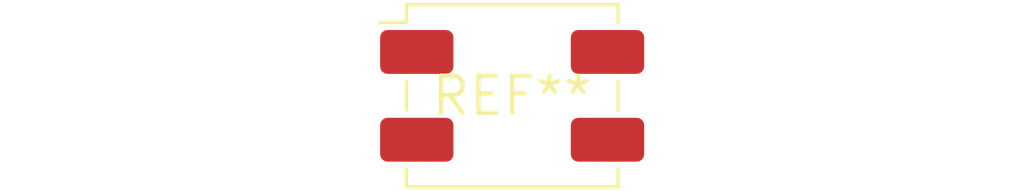
<source format=kicad_pcb>
(kicad_pcb (version 20240108) (generator pcbnew)
  (layers (0 "F.Cu" signal) (31 "B.Cu" signal) (34 "B.Paste" user) (35 "F.Paste" user) (36 "B.SilkS" user "B.Silkscreen") (37 "F.SilkS" user "F.Silkscreen") (38 "B.Mask" user) (39 "F.Mask" user) (44 "Edge.Cuts" user))
  (net 0 "")
  (footprint "L_CommonModeChoke_TDK_ACM7060" (layer "F.Cu") (at 0 0)
    (property "Reference" "REF**")
    (property "Value" "L_CommonModeChoke_TDK_ACM7060")
    (fp_line (start -3.61 -3.11) (end 3.61 -3.11) (layer "F.SilkS") (stroke (width 0.12)))
    (fp_line (start -3.61 -2.51) (end -4.5 -2.51) (layer "F.SilkS") (stroke (width 0.12)))
    (fp_line (start -3.61 -2.51) (end -3.61 -3.11) (layer "F.SilkS") (stroke (width 0.12)))
    (fp_line (start -3.61 0.49) (end -3.61 -0.49) (layer "F.SilkS") (stroke (width 0.12)))
    (fp_line (start -3.61 3.11) (end -3.61 2.51) (layer "F.SilkS") (stroke (width 0.12)))
    (fp_line (start -3.61 3.11) (end 3.61 3.11) (layer "F.SilkS") (stroke (width 0.12)))
    (fp_line (start 3.61 -2.51) (end 3.61 -3.11) (layer "F.SilkS") (stroke (width 0.12)))
    (fp_line (start 3.61 0.49) (end 3.61 -0.49) (layer "F.SilkS") (stroke (width 0.12)))
    (fp_line (start 3.61 3.11) (end 3.61 2.51) (layer "F.SilkS") (stroke (width 0.12)))
    (pad "1" smd roundrect (at -3.25 -1.5) (size 2.5 1.5) (layers "F.Cu" "F.Paste" "F.Mask") (roundrect_rratio 0.1666666667))
    (pad "2" smd roundrect (at -3.25 1.5) (size 2.5 1.5) (layers "F.Cu" "F.Paste" "F.Mask") (roundrect_rratio 0.1666666667))
    (pad "3" smd roundrect (at 3.25 1.5) (size 2.5 1.5) (layers "F.Cu" "F.Paste" "F.Mask") (roundrect_rratio 0.1666666667))
    (pad "4" smd roundrect (at 3.25 -1.5) (size 2.5 1.5) (layers "F.Cu" "F.Paste" "F.Mask") (roundrect_rratio 0.1666666667))
  )
)
</source>
